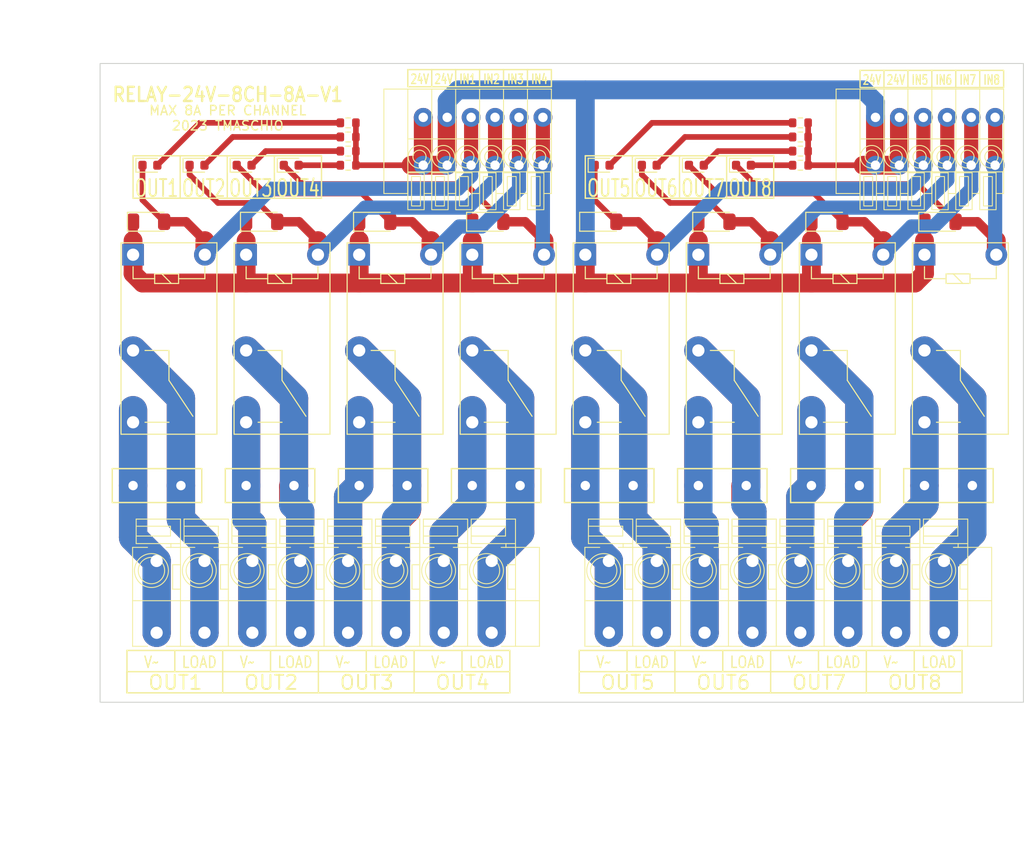
<source format=kicad_pcb>
(kicad_pcb (version 20240108) (generator "pcbnew") (generator_version "8.0")
  (title_block (title "ESP 8 Relay Module"))
  (layers (0 "F.Cu" signal) (31 "B.Cu" signal) (35 "F.Paste" user) (37 "F.SilkS" user "F.Silkscreen") (38 "B.Mask" user) (39 "F.Mask" user) (44 "Edge.Cuts" user))
  (net 0 "")
  (net 1 "Net-(D1-A)")
  (net 2 "+24V")
  (net 3 "Net-(D1-K)")
  (net 4 "Net-(D3-A)")
  (net 5 "Net-(D3-K)")
  (net 6 "Net-(D5-A)")
  (net 7 "Net-(D5-K)")
  (net 8 "Net-(D7-A)")
  (net 9 "Net-(D7-K)")
  (net 10 "Net-(J3-Pin_1)")
  (net 11 "Net-(J3-Pin_2)")
  (net 12 "Net-(J4-Pin_1)")
  (net 13 "Net-(J4-Pin_2)")
  (net 14 "Net-(D10-A)")
  (net 15 "Net-(D9-A)")
  (net 16 "Net-(D11-K)")
  (net 17 "Net-(D11-A)")
  (net 18 "Net-(D13-K)")
  (net 19 "Net-(D13-A)")
  (net 20 "Net-(D15-K)")
  (net 21 "Net-(D15-A)")
  (net 22 "Net-(J4-Pin_3)")
  (net 23 "Net-(J4-Pin_4)")
  (net 24 "Net-(J4-Pin_5)")
  (net 25 "Net-(J4-Pin_6)")
  (net 26 "Net-(J4-Pin_7)")
  (net 27 "Net-(J4-Pin_8)")
  (net 28 "Net-(J3-Pin_3)")
  (net 29 "Net-(J3-Pin_4)")
  (net 30 "Net-(J3-Pin_5)")
  (net 31 "Net-(J3-Pin_6)")
  (net 32 "Net-(J3-Pin_7)")
  (net 33 "Net-(J3-Pin_8)")
  (footprint "Tales:D_SOD-123" (layer "F.Cu") (at 214.15 79)
    (property "Reference" "D16")
    (property "Value" "1N4148")
  )
  (footprint "Tales:D_SOD-123" (layer "F.Cu") (at 202.15 79)
    (property "Reference" "D14")
    (property "Value" "1N4148")
  )
  (footprint "Tales:LED_0603_1608Metric" (layer "F.Cu") (at 188.2875 73)
    (property "Reference" "D13")
    (property "Value" "GREEN")
  )
  (footprint "Tales:R_0603_1608Metric" (layer "F.Cu") (at 151.325 71.5 180)
    (property "Reference" "R3")
    (property "Value" "5k6/100mW")
  )
  (footprint "Tales:R_0603_1608Metric" (layer "F.Cu") (at 199.325 73 180)
    (property "Reference" "R8")
    (property "Value" "5k6/100mW")
  )
  (footprint "Tales:LED_0603_1608Metric" (layer "F.Cu") (at 178.2875 73)
    (property "Reference" "D9")
    (property "Value" "GREEN")
  )
  (footprint "Tales:D_SOD-123" (layer "F.Cu") (at 142.15 79)
    (property "Reference" "D4")
    (property "Value" "1N4148")
  )
  (footprint "Tales:TerminalBlock_Dibo_DB141V-2.54-6P_1x06_P2.54mm_Vertical" (layer "F.Cu") (at 220 67.92 180)
    (property "Reference" "J2")
    (property "Value" "DB141V-2.54-6P")
  )
  (footprint "Tales:R_0603_1608Metric" (layer "F.Cu") (at 199.325 68.5 180)
    (property "Reference" "R5")
    (property "Value" "5k6/100mW")
  )
  (footprint "Tales:LED_0603_1608Metric" (layer "F.Cu") (at 183.2875 73)
    (property "Reference" "D11")
    (property "Value" "GREEN")
  )
  (footprint "Tales:Relay_SPST_Omron-G5Q-1A" (layer "F.Cu") (at 176.5 82.5 -90)
    (property "Reference" "K5")
    (property "Value" "G5Q-1A4-DC24V")
  )
  (footprint "Tales:LED_0603_1608Metric" (layer "F.Cu") (at 145.2875 73)
    (property "Reference" "D7")
    (property "Value" "GREEN")
  )
  (footprint "Tales:TerminalBlock_Dibo_DB142V-5.08-8P_1x08_P5.08mm_Vertical" (layer "F.Cu") (at 179 122.62)
    (property "Reference" "J4")
    (property "Value" "DB142V-5.08-8P")
  )
  (footprint "Tales:Relay_SPST_Omron-G5Q-1A" (layer "F.Cu") (at 152.5 82.5 -90)
    (property "Reference" "K3")
    (property "Value" "G5Q-1A4-DC24V")
  )
  (footprint "Tales:R_0603_1608Metric" (layer "F.Cu") (at 199.325 70 180)
    (property "Reference" "R6")
    (property "Value" "5k6/100mW")
  )
  (footprint "Tales:R_0603_1608Metric" (layer "F.Cu") (at 151.325 73 180)
    (property "Reference" "R4")
    (property "Value" "5k6/100mW")
  )
  (footprint "Tales:Relay_SPST_Omron-G5Q-1A" (layer "F.Cu") (at 188.5 82.5 -90)
    (property "Reference" "K6")
    (property "Value" "G5Q-1A4-DC24V")
  )
  (footprint "Tales:LED_0603_1608Metric" (layer "F.Cu") (at 130.2875 73)
    (property "Reference" "D1")
    (property "Value" "GREEN")
  )
  (footprint "Tales:R_0603_1608Metric" (layer "F.Cu") (at 151.325 70 180)
    (property "Reference" "R2")
    (property "Value" "5k6/100mW")
  )
  (footprint "Tales:D_SOD-123" (layer "F.Cu") (at 130.15 79)
    (property "Reference" "D2")
    (property "Value" "1N4148")
  )
  (footprint "Tales:RV_Disc_D9.50mm_W3.6mm_P5.08mm" (layer "F.Cu") (at 128.5 107)
    (property "Reference" "RV1")
    (property "Value" "275VAC")
  )
  (footprint "Tales:LED_0603_1608Metric" (layer "F.Cu") (at 193.2875 73)
    (property "Reference" "D15")
    (property "Value" "GREEN")
  )
  (footprint "Tales:D_SOD-123" (layer "F.Cu") (at 154.15 79)
    (property "Reference" "D6")
    (property "Value" "1N4148")
  )
  (footprint "Tales:RV_Disc_D9.50mm_W3.6mm_P5.08mm" (layer "F.Cu") (at 188.5 107)
    (property "Reference" "RV6")
    (property "Value" "275VAC")
  )
  (footprint "Tales:R_0603_1608Metric" (layer "F.Cu") (at 199.325 71.5 180)
    (property "Reference" "R7")
    (property "Value" "5k6/100mW")
  )
  (footprint "Tales:RV_Disc_D9.50mm_W3.6mm_P5.08mm" (layer "F.Cu") (at 176.5 107)
    (property "Reference" "RV5")
    (property "Value" "275VAC")
  )
  (footprint "Tales:LED_0603_1608Metric" (layer "F.Cu") (at 135.2875 73)
    (property "Reference" "D3")
    (property "Value" "GREEN")
  )
  (footprint "Tales:RV_Disc_D9.50mm_W3.6mm_P5.08mm" (layer "F.Cu") (at 164.5 107)
    (property "Reference" "RV4")
    (property "Value" "275VAC")
  )
  (footprint "Tales:RV_Disc_D9.50mm_W3.6mm_P5.08mm" (layer "F.Cu") (at 140.5 107)
    (property "Reference" "RV2")
    (property "Value" "275VAC")
  )
  (footprint "Tales:RV_Disc_D9.50mm_W3.6mm_P5.08mm" (layer "F.Cu") (at 212.5 107)
    (property "Reference" "RV8")
    (property "Value" "275VAC")
  )
  (footprint "Tales:Relay_SPST_Omron-G5Q-1A" (layer "F.Cu") (at 128.5 82.5 -90)
    (property "Reference" "K1")
    (property "Value" "G5Q-1A4-DC24V")
  )
  (footprint "Tales:D_SOD-123" (layer "F.Cu") (at 178.15 79)
    (property "Reference" "D10")
    (property "Value" "1N4148")
  )
  (footprint "Tales:D_SOD-123" (layer "F.Cu") (at 190.15 79)
    (property "Reference" "D12")
    (property "Value" "1N4148")
  )
  (footprint "Tales:TerminalBlock_Dibo_DB141V-2.54-6P_1x06_P2.54mm_Vertical" (layer "F.Cu") (at 172 67.92 180)
    (property "Reference" "J1")
    (property "Value" "DB141V-2.54-6P")
  )
  (footprint "Tales:Relay_SPST_Omron-G5Q-1A" (layer "F.Cu") (at 200.5 82.5 -90)
    (property "Reference" "K7")
    (property "Value" "G5Q-1A4-DC24V")
  )
  (footprint "Tales:Relay_SPST_Omron-G5Q-1A" (layer "F.Cu") (at 212.5 82.5 -90)
    (property "Reference" "K8")
    (property "Value" "G5Q-1A4-DC24V")
  )
  (footprint "Tales:D_SOD-123" (layer "F.Cu") (at 166.15 79)
    (property "Reference" "D8")
    (property "Value" "1N4148")
  )
  (footprint "Tales:TerminalBlock_Dibo_DB142V-5.08-8P_1x08_P5.08mm_Vertical" (layer "F.Cu") (at 131 122.62)
    (property "Reference" "J3")
    (property "Value" "DB142V-5.08-8P")
  )
  (footprint "Tales:RV_Disc_D9.50mm_W3.6mm_P5.08mm" (layer "F.Cu") (at 152.5 107)
    (property "Reference" "RV3")
    (property "Value" "275VAC")
  )
  (footprint "Tales:Relay_SPST_Omron-G5Q-1A" (layer "F.Cu") (at 164.5 82.5 -90)
    (property "Reference" "K4")
    (property "Value" "G5Q-1A4-DC24V")
  )
  (footprint "Tales:R_0603_1608Metric" (layer "F.Cu") (at 151.325 68.5 180)
    (property "Reference" "R1")
    (property "Value" "5k6/100mW")
  )
  (footprint "Tales:LED_0603_1608Metric" (layer "F.Cu") (at 140.2875 73)
    (property "Reference" "D5")
    (property "Value" "GREEN")
  )
  (footprint "Tales:Relay_SPST_Omron-G5Q-1A" (layer "F.Cu") (at 140.5 82.5 -90)
    (property "Reference" "K2")
    (property "Value" "G5Q-1A4-DC24V")
  )
  (footprint "Tales:RV_Disc_D9.50mm_W3.6mm_P5.08mm" (layer "F.Cu") (at 200.5 107)
    (property "Reference" "RV7")
    (property "Value" "275VAC")
  )
  (gr_line (start 175.85 124.5) (end 175.85 129) (stroke (width 0.15)) (layer "F.SilkS"))
  (gr_rect (start 157.66 62.85) (end 172.9 64.67) (stroke (width 0.15)) (fill none) (layer "F.SilkS"))
  (gr_line (start 143.5 76.5) (end 143.5 72) (stroke (width 0.15)) (layer "F.SilkS"))
  (gr_line (start 210.74 64.73) (end 210.74 62.93) (stroke (width 0.15)) (layer "F.SilkS"))
  (gr_line (start 168.49 124.5) (end 168.49 129) (stroke (width 0.15)) (layer "F.SilkS"))
  (gr_rect (start 205.66 62.93) (end 220.9 64.75) (stroke (width 0.15)) (fill none) (layer "F.SilkS"))
  (gr_line (start 191.09 124.5) (end 191.09 126.75) (stroke (width 0.15)) (layer "F.SilkS"))
  (gr_line (start 163.41 124.5) (end 163.41 126.75) (stroke (width 0.15)) (layer "F.SilkS"))
  (gr_line (start 208.2 64.73) (end 208.2 62.93) (stroke (width 0.15)) (layer "F.SilkS"))
  (gr_line (start 191.5 76.5) (end 191.5 72) (stroke (width 0.15)) (layer "F.SilkS"))
  (gr_line (start 165.28 64.67) (end 165.28 62.85) (stroke (width 0.15)) (layer "F.SilkS"))
  (gr_line (start 201.25 124.5) (end 201.25 126.75) (stroke (width 0.15)) (layer "F.SilkS"))
  (gr_line (start 128.5 72) (end 148.5 72) (stroke (width 0.15)) (layer "F.SilkS"))
  (gr_line (start 216.49 124.5) (end 216.49 129) (stroke (width 0.15)) (layer "F.SilkS"))
  (gr_line (start 127.85 124.5) (end 168.49 124.5) (stroke (width 0.15)) (layer "F.SilkS"))
  (gr_line (start 127.85 129) (end 168.49 129) (stroke (width 0.15)) (layer "F.SilkS"))
  (gr_line (start 215.82 64.73) (end 215.82 62.93) (stroke (width 0.15)) (layer "F.SilkS"))
  (gr_line (start 218.36 64.73) (end 218.36 62.93) (stroke (width 0.15)) (layer "F.SilkS"))
  (gr_line (start 148.17 124.5) (end 148.17 129) (stroke (width 0.15)) (layer "F.SilkS"))
  (gr_line (start 138.01 124.5) (end 138.01 129) (stroke (width 0.15)) (layer "F.SilkS"))
  (gr_line (start 132.93 124.5) (end 132.93 126.75) (stroke (width 0.15)) (layer "F.SilkS"))
  (gr_line (start 148.5 76.5) (end 128.5 76.5) (stroke (width 0.15)) (layer "F.SilkS"))
  (gr_line (start 170.36 64.65) (end 170.36 62.85) (stroke (width 0.15)) (layer "F.SilkS"))
  (gr_line (start 196.5 76.5) (end 176.5 76.5) (stroke (width 0.15)) (layer "F.SilkS"))
  (gr_line (start 206.33 124.5) (end 206.33 129) (stroke (width 0.15)) (layer "F.SilkS"))
  (gr_line (start 175.85 129) (end 216.49 129) (stroke (width 0.15)) (layer "F.SilkS"))
  (gr_line (start 162.74 64.65) (end 162.74 62.85) (stroke (width 0.15)) (layer "F.SilkS"))
  (gr_line (start 175.85 126.75) (end 216.49 126.75) (stroke (width 0.15)) (layer "F.SilkS"))
  (gr_line (start 175.85 126.75) (end 175.85 129) (stroke (width 0.15)) (layer "F.SilkS"))
  (gr_line (start 186.5 76.5) (end 186.5 72) (stroke (width 0.15)) (layer "F.SilkS"))
  (gr_line (start 186.01 124.5) (end 186.01 129) (stroke (width 0.15)) (layer "F.SilkS"))
  (gr_line (start 213.28 64.75) (end 213.28 62.93) (stroke (width 0.15)) (layer "F.SilkS"))
  (gr_line (start 176.5 72) (end 196.5 72) (stroke (width 0.15)) (layer "F.SilkS"))
  (gr_line (start 127.85 126.75) (end 168.49 126.75) (stroke (width 0.15)) (layer "F.SilkS"))
  (gr_line (start 153.25 124.5) (end 153.25 126.75) (stroke (width 0.15)) (layer "F.SilkS"))
  (gr_line (start 167.82 64.65) (end 167.82 62.85) (stroke (width 0.15)) (layer "F.SilkS"))
  (gr_line (start 211.41 124.5) (end 211.41 126.75) (stroke (width 0.15)) (layer "F.SilkS"))
  (gr_line (start 138.5 76.5) (end 138.5 72) (stroke (width 0.15)) (layer "F.SilkS"))
  (gr_line (start 148.5 72) (end 148.5 76.5) (stroke (width 0.15)) (layer "F.SilkS"))
  (gr_line (start 180.93 124.5) (end 180.93 126.75) (stroke (width 0.15)) (layer "F.SilkS"))
  (gr_line (start 176.5 76.5) (end 176.5 72) (stroke (width 0.15)) (layer "F.SilkS"))
  (gr_line (start 196.17 124.5) (end 196.17 129) (stroke (width 0.15)) (layer "F.SilkS"))
  (gr_line (start 175.85 124.5) (end 216.49 124.5) (stroke (width 0.15)) (layer "F.SilkS"))
  (gr_line (start 133.5 72) (end 133.5 76.5) (stroke (width 0.15)) (layer "F.SilkS"))
  (gr_line (start 127.85 126.75) (end 127.85 129) (stroke (width 0.15)) (layer "F.SilkS"))
  (gr_line (start 143.09 124.5) (end 143.09 126.75) (stroke (width 0.15)) (layer "F.SilkS"))
  (gr_line (start 196.5 72) (end 196.5 76.5) (stroke (width 0.15)) (layer "F.SilkS"))
  (gr_line (start 158.33 124.5) (end 158.33 129) (stroke (width 0.15)) (layer "F.SilkS"))
  (gr_line (start 127.85 124.5) (end 127.85 129) (stroke (width 0.15)) (layer "F.SilkS"))
  (gr_line (start 181.5 72) (end 181.5 76.5) (stroke (width 0.15)) (layer "F.SilkS"))
  (gr_line (start 128.5 76.5) (end 128.5 72) (stroke (width 0.15)) (layer "F.SilkS"))
  (gr_line (start 160.2 64.65) (end 160.2 62.85) (stroke (width 0.15)) (layer "F.SilkS"))
  (gr_rect (start 125 62.2) (end 223 130) (stroke (width 0.1)) (fill none) (layer "Edge.Cuts"))
  (gr_text "IN2" (at 166.55 64.45 0) (layer "F.SilkS") (effects (font (size 1 0.7) (thickness 0.15) (bold yes)) (justify bottom)))
  (gr_text "V~" (at 150.77 125.75 0) (layer "F.SilkS") (effects (font (size 1.2 1))))
  (gr_text "LOAD" (at 145.69 125.75 0) (layer "F.SilkS") (effects (font (size 1.2 1))))
  (gr_text "IN8" (at 219.63 64.53 0) (layer "F.SilkS") (effects (font (size 1 0.7) (thickness 0.15) (bold yes)) (justify bottom)))
  (gr_text "OUT3" (at 141 76.5 0) (layer "F.SilkS") (effects (font (size 1.8 1.2) (thickness 0.2)) (justify bottom)))
  (gr_text "OUT4" (at 163.47 127.9 0) (layer "F.SilkS") (effects (font (size 1.5 1.5) (thickness 0.2))))
  (gr_text "OUT6" (at 191.15 127.9 0) (layer "F.SilkS") (effects (font (size 1.5 1.5) (thickness 0.2))))
  (gr_text "IN7" (at 217.09 64.53 0) (layer "F.SilkS") (effects (font (size 1 0.7) (thickness 0.15) (bold yes)) (justify bottom)))
  (gr_text "OUT8" (at 211.47 127.9 0) (layer "F.SilkS") (effects (font (size 1.5 1.5) (thickness 0.2))))
  (gr_text "LOAD" (at 155.85 125.75 0) (layer "F.SilkS") (effects (font (size 1.2 1))))
  (gr_text "V~" (at 140.61 125.75 0) (layer "F.SilkS") (effects (font (size 1.2 1))))
  (gr_text "IN6" (at 214.55 64.53 0) (layer "F.SilkS") (effects (font (size 1 0.7) (thickness 0.15) (bold yes)) (justify bottom)))
  (gr_text "V~" (at 160.93 125.75 0) (layer "F.SilkS") (effects (font (size 1.2 1))))
  (gr_text "LOAD" (at 166.01 125.75 0) (layer "F.SilkS") (effects (font (size 1.2 1))))
  (gr_text "OUT6" (at 184 76.5 0) (layer "F.SilkS") (effects (font (size 1.8 1.2) (thickness 0.2)) (justify bottom)))
  (gr_text "OUT7" (at 189 76.5 0) (layer "F.SilkS") (effects (font (size 1.8 1.2) (thickness 0.2)) (justify bottom)))
  (gr_text "V~" (at 130.45 125.75 0) (layer "F.SilkS") (effects (font (size 1.2 1))))
  (gr_text "OUT2" (at 136 76.5 0) (layer "F.SilkS") (effects (font (size 1.8 1.2) (thickness 0.2)) (justify bottom)))
  (gr_text "IN1" (at 164.01 64.45 0) (layer "F.SilkS") (effects (font (size 1 0.7) (thickness 0.15) (bold yes)) (justify bottom)))
  (gr_text "V~" (at 198.77 125.75 0) (layer "F.SilkS") (effects (font (size 1.2 1))))
  (gr_text "V~" (at 208.93 125.75 0) (layer "F.SilkS") (effects (font (size 1.2 1))))
  (gr_text "LOAD" (at 214.01 125.75 0) (layer "F.SilkS") (effects (font (size 1.2 1))))
  (gr_text "V~" (at 178.45 125.75 0) (layer "F.SilkS") (effects (font (size 1.2 1))))
  (gr_text "OUT4" (at 146 76.5 0) (layer "F.SilkS") (effects (font (size 1.8 1.2) (thickness 0.2)) (justify bottom)))
  (gr_text "LOAD" (at 183.53 125.75 0) (layer "F.SilkS") (effects (font (size 1.2 1))))
  (gr_text "OUT1" (at 131 76.5 0) (layer "F.SilkS") (effects (font (size 1.8 1.2) (thickness 0.2)) (justify bottom)))
  (gr_text "LOAD" (at 135.53 125.75 0) (layer "F.SilkS") (effects (font (size 1.2 1))))
  (gr_text "OUT1" (at 132.99 127.9 0) (layer "F.SilkS") (effects (font (size 1.5 1.5) (thickness 0.2))))
  (gr_text "V~" (at 188.61 125.75 0) (layer "F.SilkS") (effects (font (size 1.2 1))))
  (gr_text "LOAD" (at 193.69 125.75 0) (layer "F.SilkS") (effects (font (size 1.2 1))))
  (gr_text "IN5" (at 212.01 64.53 0) (layer "F.SilkS") (effects (font (size 1 0.7) (thickness 0.15) (bold yes)) (justify bottom)))
  (gr_text "OUT2" (at 143.15 127.9 0) (layer "F.SilkS") (effects (font (size 1.5 1.5) (thickness 0.2))))
  (gr_text "24V" (at 206.93 64.53 0) (layer "F.SilkS") (effects (font (size 1 0.7) (thickness 0.15) (bold yes)) (justify bottom)))
  (gr_text "RELAY-24V-8CH-8A-V1" (at 138.55 65.5 0) (layer "F.SilkS") (effects (font (size 1.5 1.3) (thickness 0.25) (bold yes))))
  (gr_text "OUT5" (at 180.99 127.9 0) (layer "F.SilkS") (effects (font (size 1.5 1.5) (thickness 0.2))))
  (gr_text "IN3" (at 169.09 64.45 0) (layer "F.SilkS") (effects (font (size 1 0.7) (thickness 0.15) (bold yes)) (justify bottom)))
  (gr_text "OUT5" (at 179 76.5 0) (layer "F.SilkS") (effects (font (size 1.8 1.2) (thickness 0.2)) (justify bottom)))
  (gr_text "24V" (at 158.93 64.45 0) (layer "F.SilkS") (effects (font (size 1 0.7) (thickness 0.15) (bold yes)) (justify bottom)))
  (gr_text "LOAD" (at 203.85 125.75 0) (layer "F.SilkS") (effects (font (size 1.2 1))))
  (gr_text "OUT3" (at 153.31 127.9 0) (layer "F.SilkS") (effects (font (size 1.5 1.5) (thickness 0.2))))
  (gr_text "OUT7" (at 201.31 127.9 0) (layer "F.SilkS") (effects (font (size 1.5 1.5) (thickness 0.2))))
  (gr_text "24V" (at 161.47 64.45 0) (layer "F.SilkS") (effects (font (size 1 0.7) (thickness 0.15) (bold yes)) (justify bottom)))
  (gr_text "OUT8" (at 194 76.5 0) (layer "F.SilkS") (effects (font (size 1.8 1.2) (thickness 0.2)) (justify bottom)))
  (gr_text "IN4" (at 171.63 64.45 0) (layer "F.SilkS") (effects (font (size 1 0.7) (thickness 0.15) (bold yes)) (justify bottom)))
  (gr_text "24V" (at 209.47 64.53 0) (layer "F.SilkS") (effects (font (size 1 0.7) (thickness 0.15) (bold yes)) (justify bottom)))
  (gr_text "MAX 8A PER CHANNEL\n2023 TMASCHIO" (at 138.55 68 0) (layer "F.SilkS") (effects (font (size 1 1))))
  (segment (start 135.575 68.5) (end 131.075 73) (width 0.6) (layer "F.Cu") (net 1))
  (segment (start 150.5 68.5) (end 135.575 68.5) (width 0.6) (layer "F.Cu") (net 1))
  (segment (start 128.5 82.5) (end 128.5 84.5) (width 2) (layer "F.Cu") (net 2))
  (segment (start 152.15 73) (end 152.15 71.5) (width 0.6) (layer "F.Cu") (net 2))
  (segment (start 128.5 84.5) (end 129.5 85.5) (width 2) (layer "F.Cu") (net 2))
  (segment (start 128.5 79) (end 128.5 81) (width 1) (layer "F.Cu") (net 2))
  (segment (start 176.5 79) (end 176.5 81) (width 1) (layer "F.Cu") (net 2))
  (segment (start 211.5 85.5) (end 212.5 84.5) (width 2) (layer "F.Cu") (net 2))
  (segment (start 200.5 85.5) (end 200.5 81) (width 2) (layer "F.Cu") (net 2))
  (segment (start 152.15 71.5) (end 152.15 70) (width 0.6) (layer "F.Cu") (net 2))
  (segment (start 161.84 73) (end 159.3 73) (width 2) (layer "F.Cu") (net 2))
  (segment (start 152.15 70) (end 152.15 68.5) (width 0.6) (layer "F.Cu") (net 2))
  (segment (start 209.84 67.92) (end 209.84 73) (width 2) (layer "F.Cu") (net 2))
  (segment (start 176.5 85.5) (end 176.5 81) (width 2) (layer "F.Cu") (net 2))
  (segment (start 159.3 67.92) (end 159.3 73) (width 2) (layer "F.Cu") (net 2))
  (segment (start 200.5 79) (end 200.5 81) (width 1) (layer "F.Cu") (net 2))
  (segment (start 164.5 79) (end 164.5 81) (width 1) (layer "F.Cu") (net 2))
  (segment (start 200.15 70) (end 200.15 68.5) (width 0.6) (layer "F.Cu") (net 2))
  (segment (start 159.3 73) (end 158 73) (width 2) (layer "F.Cu") (net 2))
  (segment (start 128.5 82.5) (end 128.5 81) (width 2) (layer "F.Cu") (net 2))
  (segment (start 200.15 73) (end 206 73) (width 0.6) (layer "F.Cu") (net 2))
  (segment (start 212.5 84.5) (end 212.5 82.5) (width 2) (layer "F.Cu") (net 2))
  (segment (start 212.5 82.5) (end 212.5 81) (width 2) (layer "F.Cu") (net 2))
  (segment (start 200.15 73) (end 200.15 71.5) (width 0.6) (layer "F.Cu") (net 2))
  (segment (start 161.84 67.92) (end 161.84 73) (width 2) (layer "F.Cu") (net 2))
  (segment (start 140.5 79) (end 140.5 81) (width 1) (layer "F.Cu") (net 2))
  (segment (start 129.5 85.5) (end 211.5 85.5) (width 2) (layer "F.Cu") (net 2))
  (segment (start 212.5 79) (end 212.5 81) (width 1) (layer "F.Cu") (net 2))
  (segment (start 207.3 73) (end 206 73) (width 2) (layer "F.Cu") (net 2))
  (segment (start 209.84 73) (end 207.3 73) (width 2) (layer "F.Cu") (net 2))
  (segment (start 152.5 79) (end 152.5 81) (width 1) (layer "F.Cu") (net 2))
  (segment (start 188.5 85.5) (end 188.5 81) (width 2) (layer "F.Cu") (net 2))
  (segment (start 200.15 71.5) (end 200.15 70) (width 0.6) (layer "F.Cu") (net 2))
  (segment (start 140.5 81) (end 140.5 85.5) (width 2) (layer "F.Cu") (net 2))
  (segment (start 152.5 81) (end 152.5 85.5) (width 2) (layer "F.Cu") (net 2))
  (segment (start 152.15 73) (end 158 73) (width 0.6) (layer "F.Cu") (net 2))
  (segment (start 207.3 67.92) (end 207.3 73) (width 2) (layer "F.Cu") (net 2))
  (segment (start 188.5 79) (end 188.5 81) (width 1) (layer "F.Cu") (net 2))
  (segment (start 164.5 85.5) (end 164.5 81) (width 2) (layer "F.Cu") (net 2))
  (segment (start 206 65) (end 207.3 66.3) (width 2) (layer "B.Cu") (net 2))
  (segment (start 161.84 67.92) (end 161.84 66.16) (width 2) (layer "B.Cu") (net 2))
  (segment (start 163 65) (end 176.5 65) (width 2) (layer "B.Cu") (net 2))
  (segment (start 176.5 65) (end 206 65) (width 2) (layer "B.Cu") (net 2))
  (segment (start 207.3 66.3) (end 207.3 67.92) (width 2) (layer "B.Cu") (net 2))
  (segment (start 176.5 82.5) (end 176.5 65) (width 2) (layer "B.Cu") (net 2))
  (segment (start 161.84 66.16) (end 163 65) (width 2) (layer "B.Cu") (net 2))
  (segment (start 129.5 73) (end 129.5 76.7) (width 0.6) (layer "F.Cu") (net 3))
  (segment (start 134.12 79) (end 136.12 81) (width 1) (layer "F.Cu") (net 3))
  (segment (start 136.12 82.5) (end 136.12 81) (width 2) (layer "F.Cu") (net 3))
  (segment (start 131.8 79) (end 134.12 79) (width 1) (layer "F.Cu") (net 3))
  (segment (start 129.5 76.7) (end 131.8 79) (width 0.6) (layer "F.Cu") (net 3))
  (segment (start 164.38 67.92) (end 164.38 73) (width 1.5) (layer "F.Cu") (net 3))
  (segment (start 143.12 75.5) (end 136.12 82.5) (width 1.5) (layer "B.Cu") (net 3))
  (segment (start 163 75.5) (end 143.12 75.5) (width 1.5) (layer "B.Cu") (net 3))
  (segment (start 164.38 73) (end 164.38 74.12) (width 1.5) (layer "B.Cu") (net 3))
  (segment (start 164.38 74.12) (end 163 75.5) (width 1.5) (layer "B.Cu") (net 3))
  (segment (start 139.075 70) (end 136.075 73) (width 0.6) (layer "F.Cu") (net 4))
  (segment (start 150.5 70) (end 139.075 70) (width 0.6) (layer "F.Cu") (net 4))
  (segment (start 134.5 74) (end 137.5 77) (width 0.6) (layer "F.Cu") (net 5))
  (segment (start 137.5 77) (end 141.8 77) (width 0.6) (layer "F.Cu") (net 5))
  (segment (start 143.8 79) (end 146.12 79) (width 1) (layer "F.Cu") (net 5))
  (segment (start 166.92 67.92) (end 166.92 73) (width 1.5) (layer "F.Cu") (net 5))
  (segment (start 134.5 73) (end 134.5 74) (width 0.6) (layer "F.Cu") (net 5))
  (segment (start 148.12 82.5) (end 148.12 81) (width 2) (layer "F.Cu") (net 5))
  (segment (start 141.8 77) (end 143.8 79) (width 0.6) (layer "F.Cu") (net 5))
  (segment (start 146.12 79) (end 148.12 81) (width 1) (layer "F.Cu") (net 5))
  (segment (start 166.92 73) (end 166.92 74.58) (width 1.5) (layer "B.Cu") (net 5))
  (segment (start 166.92 74.58) (end 164 77.5) (width 1.5) (layer "B.Cu") (net 5))
  (segment (start 153.12 77.5) (end 148.12 82.5) (width 1.5) (layer "B.Cu") (net 5))
  (segment (start 164 77.5) (end 153.12 77.5) (width 1.5) (layer "B.Cu") (net 5))
  (segment (start 142.575 71.5) (end 141.075 73) (width 0.6) (layer "F.Cu") (net 6))
  (segment (start 150.5 71.5) (end 142.575 71.5) (width 0.6) (layer "F.Cu") (net 6))
  (segment (start 169.46 67.92) (end 169.46 73) (width 1.5) (layer "F.Cu") (net 7))
  (segment (start 152.8 76) (end 155.8 79) (width 0.6) (layer "F.Cu") (net 7))
  (segment (start 139.5 73) (end 142.5 76) (width 0.6) (layer "F.Cu") (net 7))
  (segment (start 155.8 79) (end 158.12 79) (width 1) (layer "F.Cu") (net 7))
  (segment (start 160.12 82.5) (end 160.12 81) (width 2) (layer "F.Cu") (net 7))
  (segment (start 158.12 79) (end 160.12 81) (width 1) (layer "F.Cu") (net 7))
  (segment (start 142.5 76) (end 152.8 76) (width 0.6) (layer "F.Cu") (net 7))
  (segment (start 169.46 73) (end 169.46 75.54) (width 1.5) (layer "B.Cu") (net 7))
  (segment (start 163.12 79.5) (end 160.12 82.5) (width 1.5) (layer "B.Cu") (net 7))
  (segment (start 169.46 75.54) (end 165.5 79.5) (width 1.5) (layer "B.Cu") (net 7))
  (segment (start 165.5 79.5) (end 163.12 79.5) (width 1.5) (layer "B.Cu") (net 7))
  (segment (start 150.5 73) (end 146.075 73) (width 0.6) (layer "F.Cu") (net 8))
  (segment (start 163.8 75) (end 167.8 79) (width 0.6) (layer "F.Cu") (net 9))
  (segment (start 167.8 79) (end 170.12 79) (width 1) (layer "F.Cu") (net 9))
  (segment (start 146.5 75) (end 163.8 75) (width 0.6) (layer "F.Cu") (net 9))
  (segment (start 170.12 79) (end 172.12 81) (width 1) (layer "F.Cu") (net 9))
  (segment (start 172.12 82.5) (end 172.12 81) (width 2) (layer "F.Cu") (net 9))
  (segment (start 144.5 73) (end 146.5 75) (width 0.6) (layer "F.Cu") (net 9))
  (segment (start 172 67.92) (end 172 73) (width 1.5) (layer "F.Cu") (net 9))
  (segment (start 172.12 82.5) (end 172 82.38) (width 1.5) (layer "B.Cu") (net 9))
  (segment (start 172 82.38) (end 172 73) (width 1.5) (layer "B.Cu") (net 9))
  (segment (start 128.5 107) (end 128.5 112.5) (width 3) (layer "F.Cu") (net 10))
  (segment (start 128.5 99) (end 128.5 107) (width 3) (layer "F.Cu") (net 10))
  (segment (start 128.5 112.5) (end 131 115) (width 3) (layer "F.Cu") (net 10))
  (segment (start 131 122.62) (end 131 115) (width 3) (layer "F.Cu") (net 10))
  (segment (start 131 122.62) (end 131 115) (width 3) (layer "B.Cu") (net 10))
  (segment (start 128.5 107) (end 128.5 99) (width 3) (layer "B.Cu") (net 10))
  (segment (start 128.5 112.5) (end 128.5 107) (width 3) (layer "B.Cu") (net 10))
  (segment (start 131 115) (end 128.5 112.5) (width 3) (layer "B.Cu") (net 10))
  (segment (start 136.08 122.62) (end 136.08 115) (width 3) (layer "F.Cu") (net 11))
  (segment (start 133.58 97.74) (end 128.5 92.66) (width 3) (layer "F.Cu") (net 11))
  (segment (start 133.58 107) (end 133.58 97.74) (width 3) (layer "F.Cu") (net 11))
  (segment (start 133.58 107) (end 133.58 110.58) (width 3) (layer "F.Cu") (net 11))
  (segment (start 133.58 110.58) (end 136.08 113.08) (width 3) (layer "F.Cu") (net 11))
  (segment (start 136.08 113.08) (end 136.08 115) (width 3) (layer "F.Cu") (net 11))
  (segment (start 136.08 122.62) (end 136.08 115) (width 3) (layer "B.Cu") (net 11))
  (segment (start 133.58 107) (end 133.58 97.74) (width 3) (layer "B.Cu") (net 11))
  (segment (start 133.58 110.58) (end 133.58 107) (width 3) (layer "B.Cu") (net 11))
  (segment (start 136.08 115) (end 136.08 113.08) (width 3) (layer "B.Cu") (net 11))
  (segment (start 136.08 113.08) (end 133.58 110.58) (width 3) (layer "B.Cu") (net 11))
  (segment (start 133.58 97.74) (end 128.5 92.66) (width 3) (layer "B.Cu") (net 11))
  (segment (start 179 122.62) (end 179 115) (width 3) (layer "F.Cu") (net 12))
  (segment (start 176.5 99) (end 176.5 107) (width 3) (layer "F.Cu") (net 12))
  (segment (start 176.5 107) (end 176.5 112.5) (width 3) (layer "F.Cu") (net 12))
  (segment (start 176.5 112.5) (end 179 115) (width 3) (layer "F.Cu") (net 12))
  (segment (start 176.5 107) (end 176.5 99) (width 3) (layer "B.Cu") (net 12))
  (segment (start 179 122.62) (end 179 115) (width 3) (layer "B.Cu") (net 12))
  (segment (start 179 115) (end 176.5 112.5) (width 3) (layer "B.Cu") (net 12))
  (segment (start 176.5 112.5) (end 176.5 107) (width 3) (layer "B.Cu") (net 12))
  (segment (start 181.58 97.74) (end 176.5 92.66) (width 3) (layer "F.Cu") (net 13))
  (segment (start 184.08 113.08) (end 184.08 115) (width 3) (layer "F.Cu") (net 13))
  (segment (start 184.08 122.62) (end 184.08 115) (width 3) (layer "F.Cu") (net 13))
  (segment (start 181.58 107) (end 181.58 97.74) (width 3) (layer "F.Cu") (net 13))
  (segment (start 181.58 110.58) (end 184.08 113.08) (width 3) (layer "F.Cu") (net 13))
  (segment (start 181.58 107) (end 181.58 110.58) (width 3) (layer "F.Cu") (net 13))
  (segment (start 184.08 115) (end 184.08 113.08) (width 3) (layer "B.Cu") (net 13))
  (segment (start 181.58 107) (end 181.58 97.74) (width 3) (layer "B.Cu") (net 13))
  (segment (start 181.58 110.58) (end 181.58 107) (width 3) (layer "B.Cu") (net 13))
  (segment (start 184.08 113.08) (end 181.58 110.58) (width 3) (layer "B.Cu") (net 13))
  (segment (start 184.08 122.62) (end 184.08 115) (width 3) (layer "B.Cu") (net 13))
  (segment (start 181.58 97.74) (end 176.5 92.66) (width 3) (layer "B.Cu") (net 13))
  (segment (start 179.8 79) (end 182.12 79) (width 1) (layer "F.Cu") (net 14))
  (segment (start 212.38 67.92) (end 212.38 73) (width 1.5) (layer "F.Cu") (net 14))
  (segment (start 184.12 82.5) (end 184.12 81) (width 2) (layer "F.Cu") (net 14))
  (segment (start 182.12 79) (end 184.12 81) (width 1) (layer "F.Cu") (net 14))
  (segment (start 177.5 76.7) (end 179.8 79) (width 0.6) (layer "F.Cu") (net 14))
  (segment (start 177.5 73) (end 177.5 76.7) (width 0.6) (layer "F.Cu") (net 14))
  (segment (start 212.38 74.12) (end 211 75.5) (width 1.5) (layer "B.Cu") (net 14))
  (segment (start 212.38 73) (end 212.38 74.12) (width 1.5) (layer "B.Cu") (net 14))
  (segment (start 191.12 75.5) (end 184.12 82.5) (width 1.5) (layer "B.Cu") (net 14))
  (segment (start 211 75.5) (end 191.12 75.5) (width 1.5) (layer "B.Cu") (net 14))
  (segment (start 198.5 68.5) (end 183.575 68.5) (width 0.6) (layer "F.Cu") (net 15))
  (segment (start 183.575 68.5) (end 179.075 73) (width 0.6) (layer "F.Cu") (net 15))
  (segment (start 189.8 77) (end 191.8 79) (width 0.6) (layer "F.Cu") (net 16))
  (segment (start 182.5 74) (end 185.5 77) (width 0.6) (layer "F.Cu") (net 16))
  (segment (start 214.92 67.92) (end 214.92 73) (width 1.5) (layer "F.Cu") (net 16))
  (segment (start 194.12 79) (end 196.12 81) (width 1) (layer "F.Cu") (net 16))
  (segment (start 182.5 73) (end 182.5 74) (width 0.6) (layer "F.Cu") (net 16))
  (segment (start 196.12 82.5) (end 196.12 81) (width 2) (layer "F.Cu") (net 16))
  (segment (start 191.8 79) (end 194.12 79) (width 1) (layer "F.Cu") (net 16))
  (segment (start 185.5 77) (end 189.8 77) (width 0.6) (layer "F.Cu") (net 16))
  (segment (start 214.92 74.58) (end 212 77.5) (width 1.5) (layer "B.Cu") (net 16))
  (segment (start 214.92 73) (end 214.92 74.58) (width 1.5) (layer "B.Cu") (net 16))
  (segment (start 201.12 77.5) (end 196.12 82.5) (width 1.5) (layer "B.Cu") (net 16))
  (segment (start 212 77.5) (end 201.12 77.5) (width 1.5) (layer "B.Cu") (net 16))
  (segment (start 187.075 70) (end 184.075 73) (width 0.6) (layer "F.Cu") (net 17))
  (segment (start 198.5 70) (end 187.075 70) (width 0.6) (layer "F.Cu") (net 17))
  (segment (start 190.5 76) (end 200.8 76) (width 0.6) (layer "F.Cu") (net 18))
  (segment (start 200.8 76) (end 203.8 79) (width 0.6) (layer "F.Cu") (net 18))
  (segment (start 206.12 79) (end 208.12 81) (width 1) (layer "F.Cu") (net 18))
  (segment (start 203.8 79) (end 206.12 79) (width 1) (layer "F.Cu") (net 18))
  (segment (start 208.12 82.5) (end 208.12 81) (width 2) (layer "F.Cu") (net 18))
  (segment (start 187.5 73) (end 190.5 76) (width 0.6) (layer "F.Cu") (net 18))
  (segment (start 217.46 67.92) (end 217.46 73) (width 1.5) (layer "F.Cu") (net 18))
  (segment (start 217.46 73) (end 217.46 75.54) (width 1.5) (layer "B.Cu") (net 18))
  (segment (start 213.5 79.5) (end 211.12 79.5) (width 1.5) (layer "B.Cu") (net 18))
  (segment (start 211.12 79.5) (end 208.12 82.5) (width 1.5) (layer "B.Cu") (net 18))
  (segment (start 217.46 75.54) (end 213.5 79.5) (width 1.5) (layer "B.Cu") (net 18))
  (segment (start 198.5 71.5) (end 190.575 71.5) (width 0.6) (layer "F.Cu") (net 19))
  (segment (start 190.575 71.5) (end 189.075 73) (width 0.6) (layer "F.Cu") (net 19))
  (segment (start 218.12 79) (end 220.12 81) (width 1) (layer "F.Cu") (net 20))
  (segment (start 192.5 73) (end 194.5 75) (width 0.6) (layer "F.Cu") (net 20))
  (segment (start 220 67.92) (end 220 73) (width 1.5) (layer "F.Cu") (net 20))
  (segment (start 211.8 75) (end 215.8 79) (width 0.6) (layer "F.Cu") (net 20))
  (segment (start 220.12 82.5) (end 220.12 81) (width 2) (layer "F.Cu") (net 20))
  (segment (start 194.5 75) (end 211.8 75) (width 0.6) (layer "F.Cu") (net 20))
  (segment (start 215.8 79) (end 218.12 79) (width 1) (layer "F.Cu") (net 20))
  (segment (start 220.12 82.5) (end 220 82.38) (width 1.5) (layer "B.Cu") (net 20))
  (segment (start 220 82.38) (end 220 73) (width 1.5) (layer "B.Cu") (net 20))
  (segment (start 198.5 73) (end 194.075 73) (width 0.6) (layer "F.Cu") (net 21))
  (segment (start 188.5 107) (end 188.5 110.5) (width 3) (layer "F.Cu") (net 22))
  (segment (start 188.5 99) (end 188.5 107) (width 3) (layer "F.Cu") (net 22))
  (segment (start 189.16 111.16) (end 189.16 115) (width 3) (layer "F.Cu") (net 22))
  (segment (start 188.5 110.5) (end 189.16 111.16) (width 3) (layer "F.Cu") (net 22))
  (segment (start 189.16 122.62) (end 189.16 115) (width 3) (layer "F.Cu") (net 22))
  (segment (start 188.5 107) (end 188.5 99) (width 3) (layer "B.Cu") (net 22))
  (segment (start 188.5 110.5) (end 188.5 107) (width 3) (layer "B.Cu") (net 22))
  (segment (start 189.16 122.62) (end 189.16 115) (width 3) (layer "B.Cu") (net 22))
  (segment (start 189.16 115) (end 189.16 111.16) (width 3) (layer "B.Cu") (net 22))
  (segment (start 189.16 111.16) (end 188.5 110.5) (width 3) (layer "B.Cu") (net 22))
  (segment (start 193.5 109) (end 194.24 109.74) (width 3) (layer "F.Cu") (net 23))
  (segment (start 193.58 97.74) (end 188.5 92.66) (width 3) (layer "F.Cu") (net 23))
  (segment (start 193.5 107.08) (end 193.5 109) (width 3) (layer "F.Cu") (net 23))
  (segment (start 194.24 122.62) (end 194.24 115) (width 3) (layer "F.Cu") (net 23))
  (segment (start 193.58 107) (end 193.5 107.08) (width 3) (layer "F.Cu") (net 23))
  (segment (start 193.58 107) (end 193.58 97.74) (width 3) (layer "F.Cu") (net 23))
  (segment (start 194.24 109.74) (end 194.24 115) (width 3) (layer "F.Cu") (net 23))
  (segment (start 193.58 97.74) (end 188.5 92.66) (width 3) (layer "B.Cu") (net 23))
  (segment (start 194.24 122.62) (end 194.24 115) (width 3) (layer "B.Cu") (net 23))
  (segment (start 194.24 109.74) (end 193.5 109) (width 3) (layer "B.Cu") (net 23))
  (segment (start 194.24 115) (end 194.24 109.74) (width 3) (layer "B.Cu") (net 23))
  (segment (start 193.58 107) (end 193.58 97.74) (width 3) (layer "B.Cu") (net 23))
  (segment (start 193.5 109) (end 193.58 108.92) (width 3) (layer "B.Cu") (net 23))
  (segment (start 193.58 108.92) (end 193.58 107) (width 3) (layer "B.Cu") (net 23))
  (segment (start 199.32 122.62) (end 199.32 115) (width 3) (layer "F.Cu") (net 24))
  (segment (start 199.32 115) (end 199.32 108.18) (width 3) (layer "F.Cu") (net 24))
  (segment (start 200.5 99) (end 200.5 107) (width 3) (layer "F.Cu") (net 24))
  (segment (start 199.32 108.18) (end 200.5 107) (width 3) (layer "F.Cu") (net 24))
  (segment (start 199.32 122.62) (end 199.32 115) (width 3) (layer "B.Cu") (net 24))
  (segment (start 199.32 108.18) (end 200.5 107) (width 3) (layer "B.Cu") (net 24))
  (segment (start 199.32 115) (end 199.32 108.18) (width 3) (layer "B.Cu") (net 24))
  (segment (start 200.5 107) (end 200.5 99) (width 3) (layer "B.Cu") (net 24))
  (segment (start 204.4 110.7) (end 204.4 115) (width 3) (layer "F.Cu") (net 25))
  (segment (start 205.58 109.52) (end 204.4 110.7) (width 3) (layer "F.Cu") (net 25))
  (segment (start 205.58 107) (end 205.58 97.74) (width 3) (layer "F.Cu") (net 25))
  (segment (start 205.58 107) (end 205.58 109.52) (width 3) (layer "F.Cu") (net 25))
  (segment (start 204.4 122.62) (end 204.4 115) (width 3) (layer "F.Cu") (net 25))
  (segment (start 205.58 97.74) (end 200.5 92.66) (width 3) (layer "F.Cu") (net 25))
  (segment (start 205.58 97.74) (end 200.5 92.66) (width 3) (layer "B.Cu") (net 25))
  (segment (start 204.4 110.6) (end 205.58 109.42) (width 3) (layer "B.Cu") (net 25))
  (segment (start 205.58 109.42) (end 205.58 107) (width 3) (layer "B.Cu") (net 25))
  (segment (start 204.4 122.62) (end 204.4 115) (width 3) (layer "B.Cu") (net 25))
  (segment (start 205.58 107) (end 205.58 97.74) (width 3) (layer "B.Cu") (net 25))
  (segment (start 204.4 115) (end 204.4 110.6) (width 3) (layer "B.Cu") (net 25))
  (segment (start 209.48 112.02) (end 212.5 109) (width 3) (layer "F.Cu") (net 26))
  (segment (start 212.5 99) (end 212.5 107) (width 3) (layer "F.Cu") (net 26))
  (segment (start 212.5 109) (end 212.5 107) (width 3) (layer "F.Cu") (net 26))
  (segment (start 209.48 115) (end 209.48 112.02) (width 3) (layer "F.Cu") (net 26))
  (segment (start 209.48 122.62) (end 209.48 115) (width 3) (layer "F.Cu") (net 26))
  (segment (start 209.48 122.62) (end 209.48 115) (width 3) (layer "B.Cu") (net 26))
  (segment (start 209.48 115) (end 209.48 112.02) (width 3) (layer "B.Cu") (net 26))
  (segment (start 212.5 107) (end 212.5 99) (width 3) (layer "B.Cu") (net 26))
  (segment (start 209.48 112.02) (end 212.5 109) (width 3) (layer "B.Cu") (net 26))
  (segment (start 212.5 109) (end 212.5 107) (width 3) (layer "B.Cu") (net 26))
  (segment (start 214.56 122.62) (end 214.56 115) (width 3) (layer "F.Cu") (net 27))
  (segment (start 217.58 107) (end 217.58 97.74) (width 3) (layer "F.Cu") (net 27))
  (segment (start 217.58 107) (end 217.58 111.98) (width 3) (layer "F.Cu") (net 27))
  (segment (start 217.58 111.98) (end 214.56 115) (width 3) (layer "F.Cu") (net 27))
  (segment (start 217.58 97.74) (end 212.5 92.66) (width 3) (layer "F.Cu") (net 27))
  (segment (start 217.58 111.98) (end 217.58 107) (width 3) (layer "B.Cu") (net 27))
  (segment (start 217.58 107) (end 217.58 97.74) (width 3) (layer "B.Cu") (net 27))
  (segment (start 214.56 122.62) (end 214.56 115) (width 3) (layer "B.Cu") (net 27))
  (segment (start 214.56 115) (end 217.58 111.98) (width 3) (layer "B.Cu") (net 27))
  (segment (start 217.58 97.74) (end 212.5 92.66) (width 3) (layer "B.Cu") (net 27))
  (segment (start 140.5 107) (end 140.5 110.5) (width 3) (layer "F.Cu") (net 28))
  (segment (start 141.16 122.62) (end 141.16 115) (width 3) (layer "F.Cu") (net 28))
  (segment (start 141.16 111.16) (end 141.16 115) (width 3) (layer "F.Cu") (net 28))
  (segment (start 140.5 110.5) (end 141.16 111.16) (width 3) (layer "F.Cu") (net 28))
  (segment (start 140.5 99) (end 140.5 107) (width 3) (layer "F.Cu") (net 28))
  (segment (start 141.16 111.16) (end 140.5 110.5) (width 3) (layer "B.Cu") (net 28))
  (segment (start 141.16 115) (end 141.16 111.16) (width 3) (layer "B.Cu") (net 28))
  (segment (start 140.5 110.5) (end 140.5 107) (width 3) (layer "B.Cu") (net 28))
  (segment (start 140.5 107) (end 140.5 99) (width 3) (layer "B.Cu") (net 28))
  (segment (start 141.16 122.62) (end 141.16 115) (width 3) (layer "B.Cu") (net 28))
  (segment (start 146.24 109.74) (end 146.24 115) (width 3) (layer "F.Cu") (net 29))
  (segment (start 145.58 107) (end 145.5 107.08) (width 3) (layer "F.Cu") (net 29))
  (segment (start 145.58 97.74) (end 140.5 92.66) (width 3) (layer "F.Cu") (net 29))
  (segment (start 145.58 107) (end 145.58 97.74) (width 3) (layer "F.Cu") (net 29))
  (segment (start 145.5 107.08) (end 145.5 109) (width 3) (layer "F.Cu") (net 29))
  (segment (start 145.5 109) (end 146.24 109.74) (width 3) (layer "F.Cu") (net 29))
  (segment (start 146.24 122.62) (end 146.24 115) (width 3) (layer "F.Cu") (net 29))
  (segment (start 145.58 107) (end 145.58 97.74) (width 3) (layer "B.Cu") (net 29))
  (segment (start 145.58 108.92) (end 145.58 107) (width 3) (layer "B.Cu") (net 29))
  (segment (start 146.24 122.62) (end 146.24 115) (width 3) (layer "B.Cu") (net 29))
  (segment (start 145.5 109) (end 145.58 108.92) (width 3) (layer "B.Cu") (net 29))
  (segment (start 145.58 97.74) (end 140.5 92.66) (width 3) (layer "B.Cu") (net 29))
  (segment (start 146.24 109.74) (end 145.5 109) (width 3) (layer "B.Cu") (net 29))
  (segment (start 146.24 115) (end 146.24 109.74) (width 3) (layer "B.Cu") (net 29))
  (segment (start 151.32 108.18) (end 152.5 107) (width 3) (layer "F.Cu") (net 30))
  (segment (start 152.5 99) (end 152.5 107) (width 3) (layer "F.Cu") (net 30))
  (segment (start 151.32 122.62) (end 151.32 115) (width 3) (layer "F.Cu") (net 30))
  (segment (start 151.32 115) (end 151.32 108.18) (width 3) (layer "F.Cu") (net 30))
  (segment (start 151.32 115) (end 151.32 108.18) (width 3) (layer "B.Cu") (net 30))
  (segment (start 152.5 107) (end 152.5 99) (width 3) (layer "B.Cu") (net 30))
  (segment (start 151.32 122.62) (end 151.32 115) (width 3) (layer "B.Cu") (net 30))
  (segment (start 151.32 108.18) (end 152.5 107) (width 3) (layer "B.Cu") (net 30))
  (segment (start 157.58 97.74) (end 152.5 92.66) (width 3) (layer "F.Cu") (net 31))
  (segment (start 157.58 109.52) (end 156.4 110.7) (width 3) (layer "F.Cu") (net 31))
  (segment (start 157.58 107) (end 157.58 109.52) (width 3) (layer "F.Cu") (net 31))
  (segment (start 156.4 122.62) (end 156.4 115) (width 3) (layer "F.Cu") (net 31))
  (segment (start 156.4 110.7) (end 156.4 115) (width 3) (layer "F.Cu") (net 31))
  (segment (start 157.58 107) (end 157.58 97.74) (width 3) (layer "F.Cu") (net 31))
  (segment (start 156.4 110.6) (end 157.58 109.42) (width 3) (layer "B.Cu") (net 31))
  (segment (start 157.58 107) (end 157.58 97.74) (width 3) (layer "B.Cu") (net 31))
  (segment (start 157.58 97.74) (end 152.5 92.66) (width 3) (layer "B.Cu") (net 31))
  (segment (start 156.4 122.62) (end 156.4 115) (width 3) (layer "B.Cu") (net 31))
  (segment (start 156.4 115) (end 156.4 110.6) (width 3) (layer "B.Cu") (net 31))
  (segment (start 157.58 109.42) (end 157.58 107) (width 3) (layer "B.Cu") (net 31))
  (segment (start 161.48 122.62) (end 161.48 115) (width 3) (layer "F.Cu") (net 32))
  (segment (start 161.48 112.02) (end 164.5 109) (width 3) (layer "F.Cu") (net 32))
  (segment (start 164.5 99) (end 164.5 107) (width 3) (layer "F.Cu") (net 32))
  (segment (start 161.48 115) (end 161.48 112.02) (width 3) (layer "F.Cu") (net 32))
  (segment (start 164.5 109) (end 164.5 107) (width 3) (layer "F.Cu") (net 32))
  (segment (start 164.5 107) (end 164.5 99) (width 3) (layer "B.Cu") (net 32))
  (segment (start 161.48 115) (end 161.48 112.02) (width 3) (layer "B.Cu") (net 32))
  (segment (start 164.5 109) (end 164.5 107) (width 3) (layer "B.Cu") (net 32))
  (segment (start 161.48 122.62) (end 161.48 115) (width 3) (layer "B.Cu") (net 32))
  (segment (start 161.48 112.02) (end 164.5 109) (width 3) (layer "B.Cu") (net 32))
  (segment (start 169.58 111.98) (end 166.56 115) (width 3) (layer "F.Cu") (net 33))
  (segment (start 169.58 97.74) (end 164.5 92.66) (width 3) (layer "F.Cu") (net 33))
  (segment (start 169.58 107) (end 169.58 97.74) (width 3) (layer "F.Cu") (net 33))
  (segment (start 166.56 122.62) (end 166.56 115) (width 3) (layer "F.Cu") (net 33))
  (segment (start 169.58 107) (end 169.58 111.98) (width 3) (layer "F.Cu") (net 33))
  (segment (start 169.58 107) (end 169.58 97.74) (width 3) (layer "B.Cu") (net 33))
  (segment (start 166.56 122.62) (end 166.56 115) (width 3) (layer "B.Cu") (net 33))
  (segment (start 169.58 97.74) (end 164.5 92.66) (width 3) (layer "B.Cu") (net 33))
  (segment (start 166.56 115) (end 169.58 111.98) (width 3) (layer "B.Cu") (net 33))
  (segment (start 169.58 111.98) (end 169.58 107) (width 3) (layer "B.Cu") (net 33))
)
</source>
